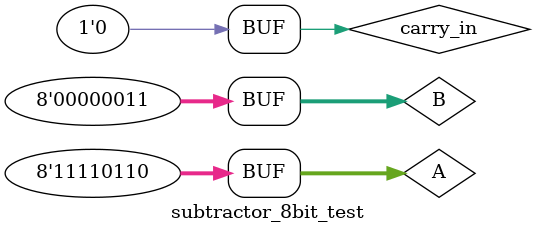
<source format=v>
`timescale 1ns / 1ps

module subtractor_8bit_test ();

	// Inputs
	reg [7:0] A;
	reg [7:0] B;
	reg       carry_in;

	// Outputs
	wire       carry_out;
	wire [7:0] result;
	reg        ok;

	// Instantiate the Unit Under Test (UUT)
	subtractor_8bit uut (
		.carry_out(carry_out), 
		.result(result), 
		.A(A), 
		.B(B),
		.carry_in(carry_in)
	);

	initial begin
        $dumpfile("waves_subtractor_8bit.vcd");
        $dumpvars(0, subtractor_8bit_test);
		// Initialize Inputs
		A        = 0;
		B        = 0;
		carry_in = 0;
		ok       = 0;

		#1;
      	if (result == A - B) begin
			ok = 1;
		end else begin
			ok = 1'bx;
		end
		
		#99;
		A = 10;
		B = 4;
		
		#1;
		if (result == A - B) begin
			ok = 1;
		end else begin
			ok = 1'bx;
		end
		
		#99;
		B = 0;
		
		#1;
		if (result == A - B) begin
			ok = 1;
		end else begin
			ok = 1'bx;
		end
		
		#99;
		B = 15;
		
		#1;
		if (result == A - B) begin
			ok = 1;
		end else begin
			ok = 1'bx;
		end
		
		#99;
		B = -3;
		
		#1;
		if (result == A - B) begin
			ok = 1;
		end else begin
			ok = 1'bx;
		end
		
		#99;
		A = -10;
		
		#1;
		if (result == A - B) begin
			ok = 1;
		end else begin
			ok = 1'bx;
		end
		
		#99;
		B = 3;
		
		#1;
		if (result == A - B) begin
			ok = 1;
		end else begin
			ok = 1'bx;
		end

	end
      
endmodule

</source>
